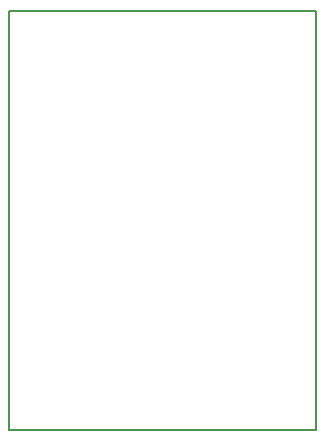
<source format=gbr>
G04 #@! TF.FileFunction,Profile,NP*
%FSLAX46Y46*%
G04 Gerber Fmt 4.6, Leading zero omitted, Abs format (unit mm)*
G04 Created by KiCad (PCBNEW 4.0.6) date 12/22/17 14:46:29*
%MOMM*%
%LPD*%
G01*
G04 APERTURE LIST*
%ADD10C,0.100000*%
%ADD11C,0.150000*%
G04 APERTURE END LIST*
D10*
D11*
X151350000Y-83850000D02*
X125350000Y-83850000D01*
X151350000Y-119250000D02*
X151350000Y-83850000D01*
X125350000Y-119250000D02*
X151350000Y-119250000D01*
X125350000Y-83850000D02*
X125350000Y-119250000D01*
M02*

</source>
